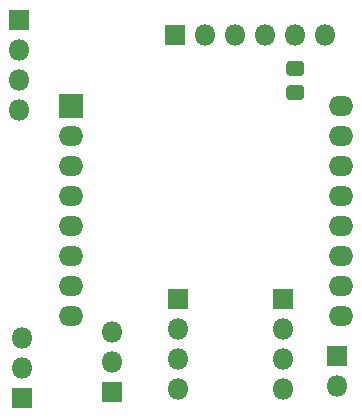
<source format=gts>
%TF.GenerationSoftware,KiCad,Pcbnew,(5.1.6)-1*%
%TF.CreationDate,2020-09-06T13:06:38-04:00*%
%TF.ProjectId,ResQ KiCad Version,52657351-204b-4694-9361-642056657273,rev?*%
%TF.SameCoordinates,Original*%
%TF.FileFunction,Soldermask,Top*%
%TF.FilePolarity,Negative*%
%FSLAX46Y46*%
G04 Gerber Fmt 4.6, Leading zero omitted, Abs format (unit mm)*
G04 Created by KiCad (PCBNEW (5.1.6)-1) date 2020-09-06 13:06:38*
%MOMM*%
%LPD*%
G01*
G04 APERTURE LIST*
%ADD10O,2.100000X1.700000*%
%ADD11R,2.100000X2.100000*%
%ADD12O,1.800000X1.800000*%
%ADD13R,1.800000X1.800000*%
G04 APERTURE END LIST*
D10*
%TO.C,U1*%
X199465001Y-117705001D03*
X199465001Y-120245001D03*
X199465001Y-122785001D03*
X199465001Y-125325001D03*
X199465001Y-127865001D03*
X199465001Y-130405001D03*
X199465001Y-132945001D03*
X199465001Y-135485001D03*
X176605001Y-135485001D03*
X176605001Y-132945001D03*
X176605001Y-130405001D03*
X176605001Y-127865001D03*
X176605001Y-125325001D03*
X176605001Y-122785001D03*
D11*
X176605001Y-117705001D03*
D10*
X176605001Y-120245001D03*
%TD*%
%TO.C,R1*%
G36*
G01*
X196058262Y-115179000D02*
X195101738Y-115179000D01*
G75*
G02*
X194830000Y-114907262I0J271738D01*
G01*
X194830000Y-114200738D01*
G75*
G02*
X195101738Y-113929000I271738J0D01*
G01*
X196058262Y-113929000D01*
G75*
G02*
X196330000Y-114200738I0J-271738D01*
G01*
X196330000Y-114907262D01*
G75*
G02*
X196058262Y-115179000I-271738J0D01*
G01*
G37*
G36*
G01*
X196058262Y-117229000D02*
X195101738Y-117229000D01*
G75*
G02*
X194830000Y-116957262I0J271738D01*
G01*
X194830000Y-116250738D01*
G75*
G02*
X195101738Y-115979000I271738J0D01*
G01*
X196058262Y-115979000D01*
G75*
G02*
X196330000Y-116250738I0J-271738D01*
G01*
X196330000Y-116957262D01*
G75*
G02*
X196058262Y-117229000I-271738J0D01*
G01*
G37*
%TD*%
D12*
%TO.C,J6*%
X194564000Y-141732000D03*
X194564000Y-139192000D03*
X194564000Y-136652000D03*
D13*
X194564000Y-134112000D03*
%TD*%
D12*
%TO.C,B1*%
X199136000Y-141478000D03*
D13*
X199136000Y-138938000D03*
%TD*%
%TO.C,J1*%
X180086000Y-141986000D03*
D12*
X180086000Y-139446000D03*
X180086000Y-136906000D03*
%TD*%
%TO.C,J2*%
X172466000Y-137414000D03*
X172466000Y-139954000D03*
D13*
X172466000Y-142494000D03*
%TD*%
D12*
%TO.C,J3*%
X172212000Y-118110000D03*
X172212000Y-115570000D03*
X172212000Y-113030000D03*
D13*
X172212000Y-110490000D03*
%TD*%
%TO.C,J4*%
X185420000Y-111760000D03*
D12*
X187960000Y-111760000D03*
X190500000Y-111760000D03*
X193040000Y-111760000D03*
X195580000Y-111760000D03*
X198120000Y-111760000D03*
%TD*%
%TO.C,J5*%
X185674000Y-141732000D03*
X185674000Y-139192000D03*
X185674000Y-136652000D03*
D13*
X185674000Y-134112000D03*
%TD*%
M02*

</source>
